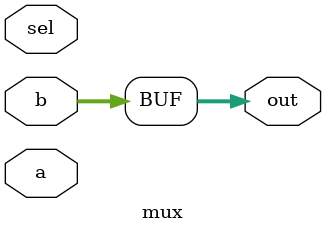
<source format=v>
module mux( 
input [4:0] a, b,
input sel,
output [4:0] out );
// When sel=0, assign a to out. 
// When sel=1, assign b to out.
// When sel=2, do nothing.
// When sel=3, assign both a and b to out.
assign out = (sel==3) ? a : b;
endmodule

</source>
